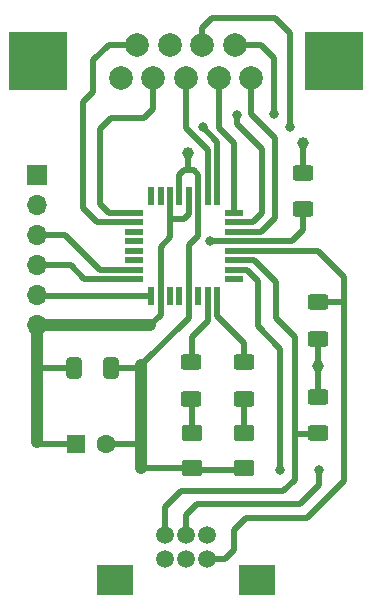
<source format=gbr>
%TF.GenerationSoftware,KiCad,Pcbnew,7.0.9*%
%TF.CreationDate,2023-12-15T19:35:31+03:00*%
%TF.ProjectId,SMD2WII,534d4432-5749-4492-9e6b-696361645f70,rev?*%
%TF.SameCoordinates,Original*%
%TF.FileFunction,Copper,L1,Top*%
%TF.FilePolarity,Positive*%
%FSLAX46Y46*%
G04 Gerber Fmt 4.6, Leading zero omitted, Abs format (unit mm)*
G04 Created by KiCad (PCBNEW 7.0.9) date 2023-12-15 19:35:31*
%MOMM*%
%LPD*%
G01*
G04 APERTURE LIST*
G04 Aperture macros list*
%AMRoundRect*
0 Rectangle with rounded corners*
0 $1 Rounding radius*
0 $2 $3 $4 $5 $6 $7 $8 $9 X,Y pos of 4 corners*
0 Add a 4 corners polygon primitive as box body*
4,1,4,$2,$3,$4,$5,$6,$7,$8,$9,$2,$3,0*
0 Add four circle primitives for the rounded corners*
1,1,$1+$1,$2,$3*
1,1,$1+$1,$4,$5*
1,1,$1+$1,$6,$7*
1,1,$1+$1,$8,$9*
0 Add four rect primitives between the rounded corners*
20,1,$1+$1,$2,$3,$4,$5,0*
20,1,$1+$1,$4,$5,$6,$7,0*
20,1,$1+$1,$6,$7,$8,$9,0*
20,1,$1+$1,$8,$9,$2,$3,0*%
%AMFreePoly0*
4,1,5,1.500000,-1.250000,-1.500000,-1.250000,-1.500000,1.250000,1.500000,1.250000,1.500000,-1.250000,1.500000,-1.250000,$1*%
G04 Aperture macros list end*
%TA.AperFunction,ComponentPad*%
%ADD10R,1.600000X1.600000*%
%TD*%
%TA.AperFunction,ComponentPad*%
%ADD11C,1.600000*%
%TD*%
%TA.AperFunction,SMDPad,CuDef*%
%ADD12RoundRect,0.250000X-0.625000X0.400000X-0.625000X-0.400000X0.625000X-0.400000X0.625000X0.400000X0*%
%TD*%
%TA.AperFunction,SMDPad,CuDef*%
%ADD13RoundRect,0.250000X0.625000X-0.400000X0.625000X0.400000X-0.625000X0.400000X-0.625000X-0.400000X0*%
%TD*%
%TA.AperFunction,SMDPad,CuDef*%
%ADD14RoundRect,0.250000X-0.412500X-0.650000X0.412500X-0.650000X0.412500X0.650000X-0.412500X0.650000X0*%
%TD*%
%TA.AperFunction,ComponentPad*%
%ADD15R,5.000000X5.000000*%
%TD*%
%TA.AperFunction,ComponentPad*%
%ADD16C,2.000000*%
%TD*%
%TA.AperFunction,SMDPad,CuDef*%
%ADD17RoundRect,0.250001X0.624999X-0.462499X0.624999X0.462499X-0.624999X0.462499X-0.624999X-0.462499X0*%
%TD*%
%TA.AperFunction,ComponentPad*%
%ADD18FreePoly0,180.000000*%
%TD*%
%TA.AperFunction,ComponentPad*%
%ADD19C,1.500000*%
%TD*%
%TA.AperFunction,SMDPad,CuDef*%
%ADD20R,0.550000X1.600000*%
%TD*%
%TA.AperFunction,SMDPad,CuDef*%
%ADD21R,1.600000X0.550000*%
%TD*%
%TA.AperFunction,ComponentPad*%
%ADD22R,1.700000X1.700000*%
%TD*%
%TA.AperFunction,ComponentPad*%
%ADD23O,1.700000X1.700000*%
%TD*%
%TA.AperFunction,ViaPad*%
%ADD24C,1.000000*%
%TD*%
%TA.AperFunction,ViaPad*%
%ADD25C,0.800000*%
%TD*%
%TA.AperFunction,Conductor*%
%ADD26C,0.500000*%
%TD*%
%TA.AperFunction,Conductor*%
%ADD27C,1.000000*%
%TD*%
%TA.AperFunction,Conductor*%
%ADD28C,0.350000*%
%TD*%
%TA.AperFunction,Conductor*%
%ADD29C,0.250000*%
%TD*%
G04 APERTURE END LIST*
D10*
%TO.P,C1,1*%
%TO.N,VCC*%
X104344888Y-95500000D03*
D11*
%TO.P,C1,2*%
%TO.N,GND*%
X106844888Y-95500000D03*
%TD*%
D12*
%TO.P,R5,1*%
%TO.N,Net-(U1-PC1)*%
X118600000Y-88600000D03*
%TO.P,R5,2*%
%TO.N,Net-(D2-A)*%
X118600000Y-91700000D03*
%TD*%
D13*
%TO.P,R2,1*%
%TO.N,/SDA*%
X124850000Y-94600000D03*
%TO.P,R2,2*%
%TO.N,VCC*%
X124850000Y-91500000D03*
%TD*%
D12*
%TO.P,R3,1*%
%TO.N,GND*%
X123600000Y-72550000D03*
%TO.P,R3,2*%
%TO.N,RESET*%
X123600000Y-75650000D03*
%TD*%
D14*
%TO.P,C2,1*%
%TO.N,VCC*%
X104175000Y-89100000D03*
%TO.P,C2,2*%
%TO.N,GND*%
X107300000Y-89100000D03*
%TD*%
D15*
%TO.P,J2,0*%
%TO.N,N/C*%
X126160000Y-63110331D03*
X101160000Y-63110331D03*
D16*
%TO.P,J2,1,1*%
%TO.N,/SMD_D0*%
X119200000Y-64530331D03*
%TO.P,J2,2,2*%
%TO.N,/SMD_D1*%
X116430000Y-64530331D03*
%TO.P,J2,3,3*%
%TO.N,/SMD_D2*%
X113660000Y-64530331D03*
%TO.P,J2,4,4*%
%TO.N,/SMD_D3*%
X110890000Y-64530331D03*
%TO.P,J2,5,5*%
%TO.N,VCC*%
X108120000Y-64530331D03*
%TO.P,J2,6,6*%
%TO.N,/SMD_D4*%
X117815000Y-61690331D03*
%TO.P,J2,7,7*%
%TO.N,/SMD_SELECT*%
X115045000Y-61690331D03*
%TO.P,J2,8,8*%
%TO.N,GND*%
X112275000Y-61690331D03*
%TO.P,J2,9,9*%
%TO.N,/SMD_D5*%
X109505000Y-61690331D03*
%TD*%
D17*
%TO.P,D2,1,K*%
%TO.N,GND*%
X118550000Y-97575000D03*
%TO.P,D2,2,A*%
%TO.N,Net-(D2-A)*%
X118550000Y-94600000D03*
%TD*%
D18*
%TO.P,J1,*%
%TO.N,*%
X119650000Y-107000000D03*
X107650000Y-107000000D03*
D19*
%TO.P,J1,1,VCC*%
%TO.N,VCC*%
X115450000Y-103250000D03*
%TO.P,J1,2,DTC*%
%TO.N,/DTC*%
X113650000Y-103250000D03*
%TO.P,J1,3,SDA*%
%TO.N,/SDA*%
X111850000Y-103250000D03*
%TO.P,J1,4,SCL*%
%TO.N,/SCL*%
X115450000Y-105250000D03*
%TO.P,J1,5*%
%TO.N,unconnected-(J1-Pad5)*%
X113650000Y-105250000D03*
%TO.P,J1,6,GND*%
%TO.N,GND*%
X111850000Y-105250000D03*
%TD*%
D20*
%TO.P,U1,1,PD3*%
%TO.N,/SMD_SELECT*%
X116300000Y-74500000D03*
%TO.P,U1,2,PD4*%
%TO.N,/SMD_D2*%
X115500000Y-74500000D03*
%TO.P,U1,3,GND*%
%TO.N,GND*%
X114700000Y-74500000D03*
%TO.P,U1,4,VCC*%
%TO.N,VCC*%
X113900000Y-74500000D03*
%TO.P,U1,5,GND*%
%TO.N,GND*%
X113100000Y-74500000D03*
%TO.P,U1,6,VCC*%
%TO.N,VCC*%
X112300000Y-74500000D03*
%TO.P,U1,7,PB6/XTAL1*%
%TO.N,unconnected-(U1-PB6{slash}XTAL1-Pad7)*%
X111500000Y-74500000D03*
%TO.P,U1,8,PB7/XTAL2*%
%TO.N,unconnected-(U1-PB7{slash}XTAL2-Pad8)*%
X110700000Y-74500000D03*
D21*
%TO.P,U1,9,PD5*%
%TO.N,/SMD_D3*%
X109250000Y-75950000D03*
%TO.P,U1,10,PD6*%
%TO.N,/SMD_D5*%
X109250000Y-76750000D03*
%TO.P,U1,11,PD7*%
%TO.N,unconnected-(U1-PD7-Pad11)*%
X109250000Y-77550000D03*
%TO.P,U1,12,PB0*%
%TO.N,unconnected-(U1-PB0-Pad12)*%
X109250000Y-78350000D03*
%TO.P,U1,13,PB1*%
%TO.N,unconnected-(U1-PB1-Pad13)*%
X109250000Y-79150000D03*
%TO.P,U1,14,PB2*%
%TO.N,unconnected-(U1-PB2-Pad14)*%
X109250000Y-79950000D03*
%TO.P,U1,15,PB3*%
%TO.N,/MOSI*%
X109250000Y-80750000D03*
%TO.P,U1,16,PB4*%
%TO.N,/MISO*%
X109250000Y-81550000D03*
D20*
%TO.P,U1,17,PB5*%
%TO.N,/SCK*%
X110700000Y-83000000D03*
%TO.P,U1,18,AVCC*%
%TO.N,VCC*%
X111500000Y-83000000D03*
%TO.P,U1,19,ADC6*%
%TO.N,unconnected-(U1-ADC6-Pad19)*%
X112300000Y-83000000D03*
%TO.P,U1,20,AREF*%
%TO.N,unconnected-(U1-AREF-Pad20)*%
X113100000Y-83000000D03*
%TO.P,U1,21,AGND*%
%TO.N,GND*%
X113900000Y-83000000D03*
%TO.P,U1,22,ADC7*%
%TO.N,unconnected-(U1-ADC7-Pad22)*%
X114700000Y-83000000D03*
%TO.P,U1,23,PC0*%
%TO.N,Net-(U1-PC0)*%
X115500000Y-83000000D03*
%TO.P,U1,24,PC1*%
%TO.N,Net-(U1-PC1)*%
X116300000Y-83000000D03*
D21*
%TO.P,U1,25,PC2*%
%TO.N,unconnected-(U1-PC2-Pad25)*%
X117750000Y-81550000D03*
%TO.P,U1,26,PC3*%
%TO.N,/DTC*%
X117750000Y-80750000D03*
%TO.P,U1,27,PC4*%
%TO.N,/SDA*%
X117750000Y-79950000D03*
%TO.P,U1,28,PC5*%
%TO.N,/SCL*%
X117750000Y-79150000D03*
%TO.P,U1,29,PC6/~{RESET}*%
%TO.N,RESET*%
X117750000Y-78350000D03*
%TO.P,U1,30,PD0*%
%TO.N,/SMD_D0*%
X117750000Y-77550000D03*
%TO.P,U1,31,PD1*%
%TO.N,/SMD_D4*%
X117750000Y-76750000D03*
%TO.P,U1,32,PD2*%
%TO.N,/SMD_D1*%
X117750000Y-75950000D03*
%TD*%
D13*
%TO.P,R1,1*%
%TO.N,VCC*%
X124850000Y-86600000D03*
%TO.P,R1,2*%
%TO.N,/SCL*%
X124850000Y-83500000D03*
%TD*%
D17*
%TO.P,D1,1,K*%
%TO.N,GND*%
X114150000Y-97575000D03*
%TO.P,D1,2,A*%
%TO.N,Net-(D1-A)*%
X114150000Y-94600000D03*
%TD*%
D22*
%TO.P,J3,1,Pin_1*%
%TO.N,GND*%
X101050000Y-72770000D03*
D23*
%TO.P,J3,2,Pin_2*%
%TO.N,RESET*%
X101050000Y-75310000D03*
%TO.P,J3,3,Pin_3*%
%TO.N,/MOSI*%
X101050000Y-77850000D03*
%TO.P,J3,4,Pin_4*%
%TO.N,/MISO*%
X101050000Y-80390000D03*
%TO.P,J3,5,Pin_5*%
%TO.N,/SCK*%
X101050000Y-82930000D03*
%TO.P,J3,6,Pin_6*%
%TO.N,VCC*%
X101050000Y-85470000D03*
%TD*%
D12*
%TO.P,R4,1*%
%TO.N,Net-(U1-PC0)*%
X114100000Y-88600000D03*
%TO.P,R4,2*%
%TO.N,Net-(D1-A)*%
X114100000Y-91700000D03*
%TD*%
D24*
%TO.N,VCC*%
X124850000Y-88900000D03*
X106900000Y-85470000D03*
%TO.N,GND*%
X113850000Y-70850000D03*
X123600000Y-70050000D03*
X109850000Y-92850000D03*
D25*
%TO.N,/DTC*%
X124900000Y-97700000D03*
X121650000Y-97700000D03*
%TO.N,/SMD_D4*%
X118000000Y-67650000D03*
X121150000Y-67600000D03*
%TO.N,/SMD_SELECT*%
X122500000Y-68700000D03*
X115100000Y-68700000D03*
%TO.N,RESET*%
X115650000Y-78350000D03*
%TD*%
D26*
%TO.N,VCC*%
X112300000Y-78000000D02*
X111500000Y-78800000D01*
X113900000Y-74500000D02*
X113900000Y-76000000D01*
X111500000Y-84600000D02*
X111500000Y-83000000D01*
X112300000Y-76050000D02*
X112300000Y-78000000D01*
X104344888Y-95500000D02*
X101200000Y-95500000D01*
X111500000Y-78800000D02*
X111500000Y-83000000D01*
X112300000Y-74500000D02*
X112300000Y-76050000D01*
D27*
X101050000Y-89100000D02*
X101050000Y-95350000D01*
D26*
X113450000Y-76450000D02*
X112300000Y-76450000D01*
X104175000Y-89100000D02*
X101050000Y-89100000D01*
D27*
X101050000Y-85470000D02*
X101050000Y-89100000D01*
D26*
X124850000Y-88900000D02*
X124850000Y-86600000D01*
D28*
X101200000Y-95500000D02*
X101050000Y-95350000D01*
D27*
X110630000Y-85470000D02*
X101050000Y-85470000D01*
D26*
X113900000Y-76000000D02*
X113450000Y-76450000D01*
X110630000Y-85470000D02*
X111500000Y-84600000D01*
X124850000Y-88900000D02*
X124850000Y-91500000D01*
%TO.N,GND*%
X123600000Y-72550000D02*
X123600000Y-70050000D01*
X113900000Y-83000000D02*
X113900000Y-84800000D01*
X114700000Y-72700000D02*
X114700000Y-74500000D01*
D27*
X109850000Y-92750000D02*
X109850000Y-88850000D01*
X109850000Y-95500000D02*
X109850000Y-97500000D01*
D26*
X113450000Y-72350000D02*
X113100000Y-72700000D01*
X107300000Y-89100000D02*
X109600000Y-89100000D01*
D28*
X114250000Y-97675000D02*
X114150000Y-97575000D01*
D26*
X113850000Y-72350000D02*
X113850000Y-70850000D01*
D28*
X109600000Y-89100000D02*
X109850000Y-88850000D01*
D26*
X114700000Y-74500000D02*
X114700000Y-77900000D01*
X113850000Y-72350000D02*
X114350000Y-72350000D01*
X113900000Y-78700000D02*
X113900000Y-83000000D01*
X118550000Y-97675000D02*
X114250000Y-97675000D01*
X110125000Y-97575000D02*
X114150000Y-97575000D01*
X106844888Y-95500000D02*
X109850000Y-95500000D01*
X113850000Y-72350000D02*
X113450000Y-72350000D01*
X114350000Y-72350000D02*
X114700000Y-72700000D01*
D29*
X114050000Y-97675000D02*
X114150000Y-97575000D01*
D27*
X109850000Y-92850000D02*
X109850000Y-95500000D01*
D26*
X114700000Y-77900000D02*
X113900000Y-78700000D01*
X113100000Y-72700000D02*
X113100000Y-74500000D01*
X113900000Y-84800000D02*
X109850000Y-88850000D01*
%TO.N,/DTC*%
X121650000Y-87450000D02*
X119750000Y-85550000D01*
X119750000Y-85550000D02*
X119750000Y-81700000D01*
X113550000Y-103250000D02*
X113600000Y-103200000D01*
X124900000Y-97700000D02*
X124900000Y-98989949D01*
X123289949Y-100600000D02*
X114600000Y-100600000D01*
X124900000Y-98989949D02*
X123289949Y-100600000D01*
X118800000Y-80750000D02*
X117750000Y-80750000D01*
X119750000Y-81700000D02*
X118800000Y-80750000D01*
X121650000Y-97700000D02*
X121650000Y-87450000D01*
X114600000Y-100600000D02*
X113650000Y-101550000D01*
X113650000Y-101550000D02*
X113650000Y-103250000D01*
%TO.N,/SDA*%
X124750000Y-94700000D02*
X124850000Y-94600000D01*
X122850000Y-94700000D02*
X124750000Y-94700000D01*
X113200000Y-99500000D02*
X121900000Y-99500000D01*
X111750000Y-103250000D02*
X111900000Y-103100000D01*
X111900000Y-100800000D02*
X113200000Y-99500000D01*
X121250000Y-84850000D02*
X121250000Y-81750000D01*
X119450000Y-79950000D02*
X117750000Y-79950000D01*
X111900000Y-103100000D02*
X111900000Y-100800000D01*
X122850000Y-98550000D02*
X122850000Y-86450000D01*
X121900000Y-99500000D02*
X122850000Y-98550000D01*
X122850000Y-86450000D02*
X121250000Y-84850000D01*
X121250000Y-81750000D02*
X119450000Y-79950000D01*
%TO.N,/SCL*%
X127050000Y-98650000D02*
X123900000Y-101800000D01*
D28*
X126950000Y-83500000D02*
X127050000Y-83400000D01*
D26*
X124850000Y-83500000D02*
X126950000Y-83500000D01*
X118700000Y-101800000D02*
X117700000Y-102800000D01*
X125800000Y-80100000D02*
X124850000Y-79150000D01*
X116950000Y-105250000D02*
X115450000Y-105250000D01*
X124850000Y-79150000D02*
X117750000Y-79150000D01*
X127050000Y-83400000D02*
X127050000Y-98650000D01*
X127050000Y-81350000D02*
X125800000Y-80100000D01*
X123900000Y-101800000D02*
X118700000Y-101800000D01*
X117700000Y-104500000D02*
X116950000Y-105250000D01*
X117700000Y-102800000D02*
X117700000Y-104500000D01*
X127050000Y-83400000D02*
X127050000Y-81350000D01*
%TO.N,/SMD_D0*%
X119200000Y-67600000D02*
X119200000Y-64530331D01*
X120000000Y-77550000D02*
X121200000Y-76350000D01*
X117750000Y-77550000D02*
X120000000Y-77550000D01*
X121200000Y-76350000D02*
X121200000Y-69600000D01*
X121200000Y-69600000D02*
X119200000Y-67600000D01*
%TO.N,/SMD_D1*%
X117750000Y-70050000D02*
X116430000Y-68730000D01*
X117750000Y-75950000D02*
X117750000Y-70050000D01*
X116430000Y-68730000D02*
X116430000Y-64530331D01*
%TO.N,/SMD_D2*%
X115500000Y-70600000D02*
X113660000Y-68760000D01*
X113660000Y-68760000D02*
X113660000Y-64530331D01*
X115500000Y-74500000D02*
X115500000Y-70600000D01*
%TO.N,/SMD_D3*%
X107300000Y-67900000D02*
X106350000Y-68850000D01*
X110890000Y-64530331D02*
X110890000Y-67110000D01*
X107150000Y-75950000D02*
X109250000Y-75950000D01*
X106350000Y-75150000D02*
X107150000Y-75950000D01*
X106350000Y-68850000D02*
X106350000Y-75150000D01*
X110100000Y-67900000D02*
X107300000Y-67900000D01*
X110890000Y-67110000D02*
X110100000Y-67900000D01*
%TO.N,/SMD_D4*%
X121150000Y-67600000D02*
X121100000Y-67550000D01*
X121100000Y-67550000D02*
X121100000Y-62800000D01*
X118000000Y-68400000D02*
X118000000Y-67650000D01*
X119300000Y-76750000D02*
X120100000Y-75950000D01*
X117750000Y-76750000D02*
X119300000Y-76750000D01*
X121100000Y-62800000D02*
X119990331Y-61690331D01*
X120100000Y-75950000D02*
X120100000Y-70500000D01*
X120100000Y-70500000D02*
X118000000Y-68400000D01*
X119990331Y-61690331D02*
X117815000Y-61690331D01*
%TO.N,/SMD_SELECT*%
X115900000Y-59400000D02*
X115045000Y-60255000D01*
X122500000Y-68700000D02*
X122500000Y-60700000D01*
X121200000Y-59400000D02*
X115900000Y-59400000D01*
X116300000Y-69900000D02*
X116300000Y-74500000D01*
X115100000Y-68700000D02*
X116300000Y-69900000D01*
X122500000Y-60700000D02*
X121200000Y-59400000D01*
X115045000Y-60255000D02*
X115045000Y-61690331D01*
%TO.N,/SMD_D5*%
X106150000Y-76750000D02*
X104950000Y-75550000D01*
X109250000Y-76750000D02*
X106150000Y-76750000D01*
X107109669Y-61690331D02*
X109505000Y-61690331D01*
X105800000Y-65700000D02*
X105800000Y-63000000D01*
X104950000Y-75550000D02*
X104950000Y-66550000D01*
X105800000Y-63000000D02*
X107109669Y-61690331D01*
X104950000Y-66550000D02*
X105800000Y-65700000D01*
%TO.N,/MISO*%
X103890000Y-80390000D02*
X101050000Y-80390000D01*
X109250000Y-81550000D02*
X105050000Y-81550000D01*
X105050000Y-81550000D02*
X103890000Y-80390000D01*
%TO.N,/SCK*%
X110700000Y-83000000D02*
X101120000Y-83000000D01*
D28*
X101120000Y-83000000D02*
X101050000Y-82930000D01*
D26*
%TO.N,/MOSI*%
X109250000Y-80750000D02*
X106350000Y-80750000D01*
X106350000Y-80750000D02*
X103450000Y-77850000D01*
X103450000Y-77850000D02*
X101050000Y-77850000D01*
%TO.N,RESET*%
X122600000Y-78350000D02*
X123600000Y-77350000D01*
X117750000Y-78350000D02*
X122600000Y-78350000D01*
X123600000Y-77350000D02*
X123600000Y-75650000D01*
X115650000Y-78350000D02*
X117750000Y-78350000D01*
%TO.N,Net-(D1-A)*%
X114150000Y-94600000D02*
X114150000Y-91550000D01*
%TO.N,Net-(D2-A)*%
X118550000Y-94600000D02*
X118550000Y-91550000D01*
%TO.N,Net-(U1-PC0)*%
X115500000Y-83000000D02*
X115500000Y-85100000D01*
X114150000Y-86450000D02*
X114150000Y-88450000D01*
X115500000Y-85100000D02*
X114150000Y-86450000D01*
%TO.N,Net-(U1-PC1)*%
X118550000Y-86950000D02*
X118550000Y-88450000D01*
X116300000Y-83000000D02*
X116300000Y-84700000D01*
X116300000Y-84700000D02*
X118550000Y-86950000D01*
%TD*%
M02*

</source>
